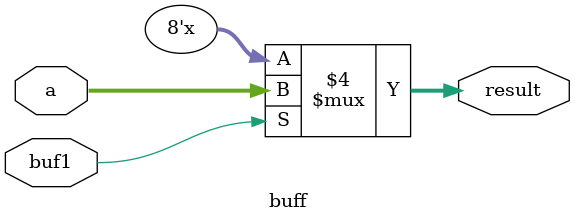
<source format=v>
/* Reiner Dizon
 * Simple 8-bit microprocessor (MP-8)
 * Tri-State Buffer Module
 */
module buff(
	output reg [7:0] result, 	// Data Output
	input[7:0] a, 				// Tri-State Bus Control
	input buf1					// Data Input
);
	always @(*)
		if(buf1 == 1)
			result = a;
		else 
			result = 8'bzzzz_zzzz;		
endmodule

</source>
